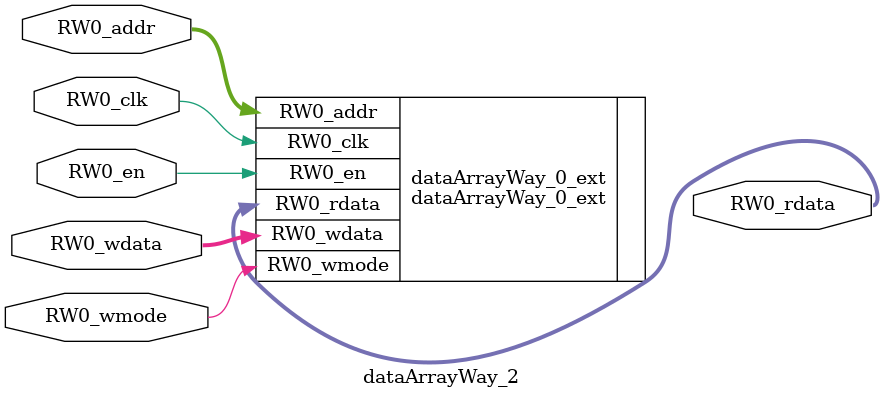
<source format=sv>
`ifndef RANDOMIZE
  `ifdef RANDOMIZE_REG_INIT
    `define RANDOMIZE
  `endif // RANDOMIZE_REG_INIT
`endif // not def RANDOMIZE
`ifndef RANDOMIZE
  `ifdef RANDOMIZE_MEM_INIT
    `define RANDOMIZE
  `endif // RANDOMIZE_MEM_INIT
`endif // not def RANDOMIZE

`ifndef RANDOM
  `define RANDOM $random
`endif // not def RANDOM

// Users can define 'PRINTF_COND' to add an extra gate to prints.
`ifndef PRINTF_COND_
  `ifdef PRINTF_COND
    `define PRINTF_COND_ (`PRINTF_COND)
  `else  // PRINTF_COND
    `define PRINTF_COND_ 1
  `endif // PRINTF_COND
`endif // not def PRINTF_COND_

// Users can define 'ASSERT_VERBOSE_COND' to add an extra gate to assert error printing.
`ifndef ASSERT_VERBOSE_COND_
  `ifdef ASSERT_VERBOSE_COND
    `define ASSERT_VERBOSE_COND_ (`ASSERT_VERBOSE_COND)
  `else  // ASSERT_VERBOSE_COND
    `define ASSERT_VERBOSE_COND_ 1
  `endif // ASSERT_VERBOSE_COND
`endif // not def ASSERT_VERBOSE_COND_

// Users can define 'STOP_COND' to add an extra gate to stop conditions.
`ifndef STOP_COND_
  `ifdef STOP_COND
    `define STOP_COND_ (`STOP_COND)
  `else  // STOP_COND
    `define STOP_COND_ 1
  `endif // STOP_COND
`endif // not def STOP_COND_

// Users can define INIT_RANDOM as general code that gets injected into the
// initializer block for modules with registers.
`ifndef INIT_RANDOM
  `define INIT_RANDOM
`endif // not def INIT_RANDOM

// If using random initialization, you can also define RANDOMIZE_DELAY to
// customize the delay used, otherwise 0.002 is used.
`ifndef RANDOMIZE_DELAY
  `define RANDOMIZE_DELAY 0.002
`endif // not def RANDOMIZE_DELAY

// Define INIT_RANDOM_PROLOG_ for use in our modules below.
`ifndef INIT_RANDOM_PROLOG_
  `ifdef RANDOMIZE
    `ifdef VERILATOR
      `define INIT_RANDOM_PROLOG_ `INIT_RANDOM
    `else  // VERILATOR
      `define INIT_RANDOM_PROLOG_ `INIT_RANDOM #`RANDOMIZE_DELAY begin end
    `endif // VERILATOR
  `else  // RANDOMIZE
    `define INIT_RANDOM_PROLOG_
  `endif // RANDOMIZE
`endif // not def INIT_RANDOM_PROLOG_

module dataArrayWay_2(	// @[DescribedSRAM.scala:17:26]
  input  [8:0]  RW0_addr,
  input         RW0_en,
                RW0_clk,
                RW0_wmode,
  input  [63:0] RW0_wdata,
  output [63:0] RW0_rdata
);

  dataArrayWay_0_ext dataArrayWay_0_ext (	// @[DescribedSRAM.scala:17:26]
    .RW0_addr  (RW0_addr),
    .RW0_en    (RW0_en),
    .RW0_clk   (RW0_clk),
    .RW0_wmode (RW0_wmode),
    .RW0_wdata (RW0_wdata),
    .RW0_rdata (RW0_rdata)
  );
endmodule


</source>
